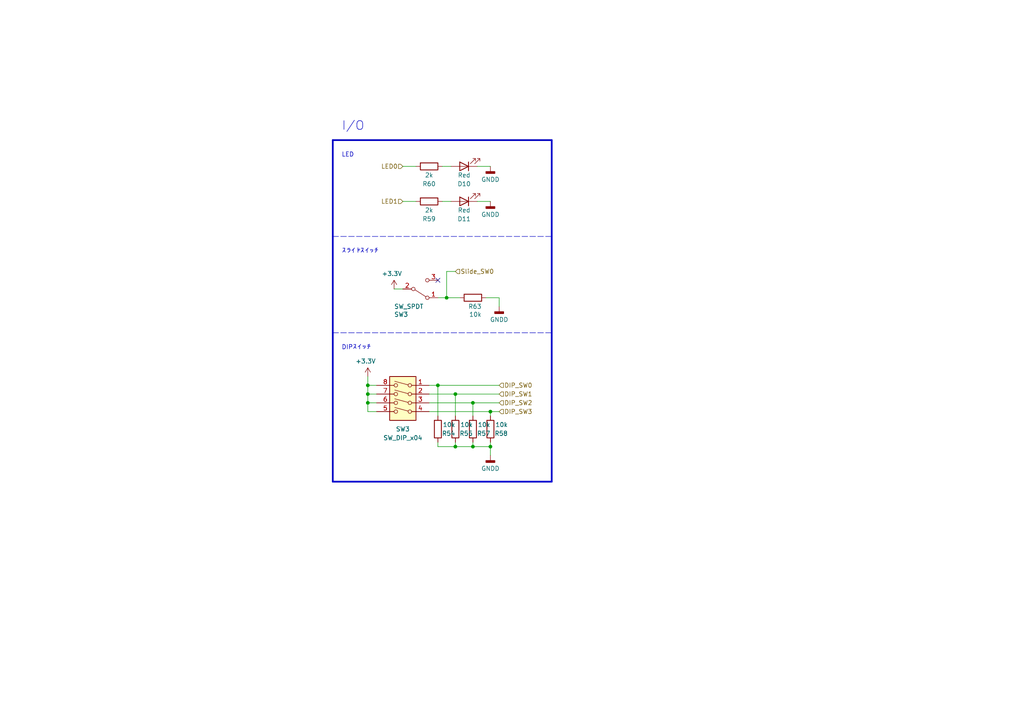
<source format=kicad_sch>
(kicad_sch (version 20230121) (generator eeschema)
  (paper "A4")
  (lib_symbols
    (symbol "Device:LED" (pin_numbers hide) (pin_names (offset 1.016) hide)
      (property "Reference" "D" (at 0 2.54 0))
      (property "Value" "LED" (at 0 -2.54 0))
      (symbol "LED_0_1"
        (polyline (pts (xy -1.27 -1.27) (xy -1.27 1.27)) (stroke (width 0.254)))
        (polyline (pts (xy -1.27 0) (xy 1.27 0)))
        (polyline (pts (xy 1.27 -1.27) (xy 1.27 1.27) (xy -1.27 0) (xy 1.27 -1.27)) (stroke (width 0.254)))
        (polyline (pts (xy -3.048 -0.762) (xy -4.572 -2.286) (xy -3.81 -2.286) (xy -4.572 -2.286) (xy -4.572 -1.524)))
        (polyline (pts (xy -1.778 -0.762) (xy -3.302 -2.286) (xy -2.54 -2.286) (xy -3.302 -2.286) (xy -3.302 -1.524)))
      )
      (symbol "LED_1_1"
        (pin passive line (at -3.81 0 0) (length 2.54) (name "K") (number "1"))
        (pin passive line (at 3.81 0 180) (length 2.54) (name "A") (number "2"))
      )
    )
    (symbol "Device:R" (pin_numbers hide) (pin_names (offset 0))
      (property "Reference" "R" (at 2.032 0 90))
      (property "Value" "R" (at 0 0 90))
      (symbol "R_0_1"
        (rectangle (start -1.016 -2.54) (end 1.016 2.54) (stroke (width 0.254)))
      )
      (symbol "R_1_1"
        (pin passive line (at 0 3.81 270) (length 1.27) (name "~") (number "1"))
        (pin passive line (at 0 -3.81 90) (length 1.27) (name "~") (number "2"))
      )
    )
    (symbol "Switch:SW_DIP_x04" (pin_names (offset 0) hide)
      (property "Reference" "SW" (at 0 8.89 0))
      (property "Value" "SW_DIP_x04" (at 0 -6.35 0))
      (symbol "SW_DIP_x04_0_0"
        (circle (center -2.032 -2.54) (radius 0.508))
        (circle (center -2.032 0) (radius 0.508))
        (circle (center -2.032 2.54) (radius 0.508))
        (circle (center -2.032 5.08) (radius 0.508))
        (polyline (pts (xy -1.524 -2.3876) (xy 2.3622 -1.3462)))
        (polyline (pts (xy -1.524 0.127) (xy 2.3622 1.1684)))
        (polyline (pts (xy -1.524 2.667) (xy 2.3622 3.7084)))
        (polyline (pts (xy -1.524 5.207) (xy 2.3622 6.2484)))
        (circle (center 2.032 -2.54) (radius 0.508))
        (circle (center 2.032 0) (radius 0.508))
        (circle (center 2.032 2.54) (radius 0.508))
        (circle (center 2.032 5.08) (radius 0.508))
      )
      (symbol "SW_DIP_x04_0_1"
        (rectangle (start -3.81 7.62) (end 3.81 -5.08) (stroke (width 0.254)) (fill (type background)))
      )
      (symbol "SW_DIP_x04_1_1"
        (pin passive line (at -7.62 5.08 0) (length 5.08) (name "~") (number "1"))
        (pin passive line (at -7.62 2.54 0) (length 5.08) (name "~") (number "2"))
        (pin passive line (at -7.62 0 0) (length 5.08) (name "~") (number "3"))
        (pin passive line (at -7.62 -2.54 0) (length 5.08) (name "~") (number "4"))
        (pin passive line (at 7.62 -2.54 180) (length 5.08) (name "~") (number "5"))
        (pin passive line (at 7.62 0 180) (length 5.08) (name "~") (number "6"))
        (pin passive line (at 7.62 2.54 180) (length 5.08) (name "~") (number "7"))
        (pin passive line (at 7.62 5.08 180) (length 5.08) (name "~") (number "8"))
      )
    )
    (symbol "Switch:SW_SPDT" (pin_names (offset 0) hide)
      (property "Reference" "SW" (at 0 4.318 0))
      (property "Value" "SW_SPDT" (at 0 -5.08 0))
      (symbol "SW_SPDT_0_0"
        (circle (center -2.032 0) (radius 0.508))
        (circle (center 2.032 -2.54) (radius 0.508))
      )
      (symbol "SW_SPDT_0_1"
        (polyline (pts (xy -1.524 0.254) (xy 1.651 2.286)))
        (circle (center 2.032 2.54) (radius 0.508))
      )
      (symbol "SW_SPDT_1_1"
        (pin passive line (at 5.08 2.54 180) (length 2.54) (name "A") (number "1"))
        (pin passive line (at -5.08 0 0) (length 2.54) (name "B") (number "2"))
        (pin passive line (at 5.08 -2.54 180) (length 2.54) (name "C") (number "3"))
      )
    )
    (symbol "power:+3.3V" (power) (pin_names (offset 0))
      (property "Value" "+3.3V" (at 0 3.556 0))
      (symbol "+3.3V_0_1"
        (polyline (pts (xy -0.762 1.27) (xy 0 2.54)))
        (polyline (pts (xy 0 0) (xy 0 2.54)))
        (polyline (pts (xy 0 2.54) (xy 0.762 1.27)))
      )
      (symbol "+3.3V_1_1"
        (pin power_in line (at 0 0 90) (length 0) hide (name "+3.3V") (number "1"))
      )
    )
    (symbol "power:GNDD" (power) (pin_names (offset 0))
      (property "Value" "GNDD" (at 0 -3.175 0))
      (symbol "GNDD_0_1"
        (rectangle (start -1.27 -1.524) (end 1.27 -2.032) (stroke (width 0.254)) (fill (type outline)))
        (polyline (pts (xy 0 0) (xy 0 -1.524)))
      )
      (symbol "GNDD_1_1"
        (pin power_in line (at 0 0 270) (length 0) hide (name "GNDD") (number "1"))
      )
    )
  )
  (junction (at 142.24 129.54))
  (junction (at 137.16 129.54))
  (junction (at 106.68 116.84))
  (junction (at 106.68 114.3))
  (junction (at 132.08 114.3))
  (junction (at 132.08 129.54))
  (junction (at 137.16 116.84))
  (junction (at 106.68 111.76))
  (junction (at 129.54 86.36))
  (junction (at 142.24 119.38))
  (junction (at 127 111.76))
  (no_connect (at 127 81.28))
  (wire (pts (xy 127 129.54) (xy 127 128.27)))
  (wire (pts (xy 142.24 129.54) (xy 137.16 129.54)))
  (wire (pts (xy 132.08 129.54) (xy 127 129.54)))
  (wire (pts (xy 106.68 111.76) (xy 106.68 114.3)))
  (wire (pts (xy 114.3 83.82) (xy 116.84 83.82)))
  (wire (pts (xy 138.43 58.42) (xy 142.24 58.42)))
  (wire (pts (xy 127 111.76) (xy 127 120.65)))
  (polyline (pts (xy 96.52 68.58) (xy 160.02 68.58)) (stroke (width 0) (type dash)))
  (wire (pts (xy 128.27 58.42) (xy 130.81 58.42)))
  (polyline (pts (xy 96.52 40.64) (xy 160.02 40.64)) (stroke (width 0.5) (type solid)))
  (wire (pts (xy 132.08 78.74) (xy 129.54 78.74)))
  (wire (pts (xy 106.68 114.3) (xy 109.22 114.3)))
  (wire (pts (xy 124.46 114.3) (xy 132.08 114.3)))
  (wire (pts (xy 109.22 119.38) (xy 106.68 119.38)))
  (wire (pts (xy 140.97 86.36) (xy 144.78 86.36)))
  (wire (pts (xy 127 111.76) (xy 144.78 111.76)))
  (wire (pts (xy 137.16 129.54) (xy 137.16 128.27)))
  (wire (pts (xy 142.24 132.08) (xy 142.24 129.54)))
  (wire (pts (xy 129.54 86.36) (xy 133.35 86.36)))
  (wire (pts (xy 106.68 116.84) (xy 109.22 116.84)))
  (wire (pts (xy 127 86.36) (xy 129.54 86.36)))
  (wire (pts (xy 106.68 111.76) (xy 109.22 111.76)))
  (wire (pts (xy 106.68 119.38) (xy 106.68 116.84)))
  (wire (pts (xy 142.24 129.54) (xy 142.24 128.27)))
  (wire (pts (xy 144.78 88.9) (xy 144.78 86.36)))
  (wire (pts (xy 116.84 58.42) (xy 120.65 58.42)))
  (wire (pts (xy 124.46 111.76) (xy 127 111.76)))
  (wire (pts (xy 138.43 48.26) (xy 142.24 48.26)))
  (wire (pts (xy 142.24 119.38) (xy 144.78 119.38)))
  (polyline (pts (xy 96.52 139.7) (xy 160.02 139.7)) (stroke (width 0.5) (type solid)))
  (wire (pts (xy 137.16 116.84) (xy 144.78 116.84)))
  (wire (pts (xy 137.16 129.54) (xy 132.08 129.54)))
  (polyline (pts (xy 96.52 139.7) (xy 96.52 40.64)) (stroke (width 0.5) (type solid)))
  (polyline (pts (xy 160.02 139.7) (xy 160.02 40.64)) (stroke (width 0.5) (type solid)))
  (wire (pts (xy 129.54 78.74) (xy 129.54 86.36)))
  (polyline (pts (xy 96.52 96.52) (xy 160.02 96.52)) (stroke (width 0) (type dash)))
  (wire (pts (xy 106.68 109.22) (xy 106.68 111.76)))
  (wire (pts (xy 132.08 120.65) (xy 132.08 114.3)))
  (wire (pts (xy 124.46 116.84) (xy 137.16 116.84)))
  (wire (pts (xy 128.27 48.26) (xy 130.81 48.26)))
  (wire (pts (xy 116.84 48.26) (xy 120.65 48.26)))
  (wire (pts (xy 132.08 114.3) (xy 144.78 114.3)))
  (wire (pts (xy 132.08 129.54) (xy 132.08 128.27)))
  (wire (pts (xy 142.24 119.38) (xy 142.24 120.65)))
  (wire (pts (xy 106.68 116.84) (xy 106.68 114.3)))
  (wire (pts (xy 137.16 116.84) (xy 137.16 120.65)))
  (wire (pts (xy 124.46 119.38) (xy 142.24 119.38)))
  (text "DIPスイッチ" (at 99.06 101.6 0) (effects (font (size 1.27 1.27)) (justify left bottom)))
  (text "スライドスイッチ" (at 99.06 73.66 0) (effects (font (size 1.27 1.27)) (justify left bottom)))
  (text "LED" (at 99.06 45.72 0) (effects (font (size 1.27 1.27)) (justify left bottom)))
  (text "I/O" (at 99.06 38.1 0) (effects (font (size 2.54 2.54)) (justify left bottom)))
  (hierarchical_label "Slide_SW0" (shape input) (at 132.08 78.74 0))
  (hierarchical_label "LED0" (shape input) (at 116.84 48.26 180))
  (hierarchical_label "DIP_SW3" (shape input) (at 144.78 119.38 0))
  (hierarchical_label "LED1" (shape input) (at 116.84 58.42 180))
  (hierarchical_label "DIP_SW0" (shape input) (at 144.78 111.76 0))
  (hierarchical_label "DIP_SW1" (shape input) (at 144.78 114.3 0))
  (hierarchical_label "DIP_SW2" (shape input) (at 144.78 116.84 0))
  (symbol (lib_id "power:+3.3V") (at 114.3 83.82 0) (unit 1)
    (property "Reference" "#PWR0130" (effects hide))
    (property "Value" "+3.3V" (at 113.665 79.375 0))
    (instances (project "Main" (path "" (reference "#PWR0130") (unit 1))) (project "Drive" (path "" (reference "#PWR087") (unit 1))))
  )
  (symbol (lib_id "Device:R") (at 124.46 58.42 270) (mirror x) (unit 1)
    (property "Reference" "R59" (at 124.46 63.5 90))
    (property "Value" "2k" (at 124.46 60.96 90))
    (property "Footprint" "Resistor_SMD:R_0402_1005Metric" (effects hide))
    (instances (project "Main" (path "" (reference "R59") (unit 1))) (project "Drive" (path "" (reference "R53") (unit 1))))
  )
  (symbol (lib_id "Device:R") (at 137.16 124.46 180) (unit 1)
    (property "Reference" "R57" (at 142.24 125.73 0) (effects (justify left)))
    (property "Value" "10k" (at 142.24 123.19 0) (effects (justify left)))
    (property "Footprint" "Resistor_SMD:R_0402_1005Metric" (effects hide))
  )
  (symbol (lib_id "Device:R") (at 142.24 124.46 180) (unit 1)
    (property "Reference" "R58" (at 147.32 125.73 0) (effects (justify left)))
    (property "Value" "10k" (at 147.32 123.19 0) (effects (justify left)))
    (property "Footprint" "Resistor_SMD:R_0402_1005Metric" (effects hide))
  )
  (symbol (lib_id "power:GNDD") (at 142.24 48.26 0) (unit 1)
    (property "Reference" "#PWR0132" (effects hide))
    (property "Value" "GNDD" (at 142.24 52.07 0))
    (instances (project "Main" (path "" (reference "#PWR0132") (unit 1))) (project "Drive" (path "" (reference "#PWR088") (unit 1))))
  )
  (symbol (lib_id "power:GNDD") (at 142.24 132.08 0) (unit 1)
    (property "Reference" "#PWR090" (effects hide))
    (property "Value" "GNDD" (at 142.24 135.89 0))
  )
  (symbol (lib_id "Device:R") (at 127 124.46 180) (unit 1)
    (property "Reference" "R54" (at 132.08 125.73 0) (effects (justify left)))
    (property "Value" "10k" (at 132.08 123.19 0) (effects (justify left)))
    (property "Footprint" "Resistor_SMD:R_0402_1005Metric" (effects hide))
  )
  (symbol (lib_id "Switch:SW_DIP_x04") (at 116.84 116.84 0) (mirror y) (unit 1)
    (property "Reference" "SW3" (at 116.84 124.46 0))
    (property "Value" "SW_DIP_x04" (at 116.84 127 0))
    (property "Footprint" "Button_Switch_SMD:SW_DIP_SPSTx04_Slide_Copal_CHS-04B_W7.62mm_P1.27mm" (effects hide))
  )
  (symbol (lib_id "Device:LED") (at 134.62 48.26 180) (unit 1)
    (property "Reference" "D10" (at 134.62 53.34 0))
    (property "Value" "Red" (at 134.62 50.8 0))
    (property "Footprint" "LED_SMD:LED_0603_1608Metric_Pad1.05x0.95mm_HandSolder" (effects hide))
  )
  (symbol (lib_id "Switch:SW_SPDT") (at 121.92 83.82 0) (mirror x) (unit 1)
    (property "Reference" "SW3" (at 114.3 91.2114 0) (effects (justify left)))
    (property "Value" "SW_SPDT" (at 114.3 88.9 0) (effects (justify left)))
    (property "Footprint" "MyLibrary:SW_Slide_3P_SPDT" (effects hide))
    (instances (project "Main" (path "" (reference "SW3") (unit 1))) (project "Drive" (path "" (reference "SW4") (unit 1))))
  )
  (symbol (lib_id "Device:R") (at 137.16 86.36 90) (mirror x) (unit 1)
    (property "Reference" "R63" (at 139.7 88.9 90) (effects (justify left)))
    (property "Value" "10k" (at 139.7 91.2114 90) (effects (justify left)))
    (property "Footprint" "Resistor_SMD:R_0402_1005Metric" (effects hide))
    (instances (project "Main" (path "" (reference "R63") (unit 1))) (project "Drive" (path "" (reference "R56") (unit 1))))
  )
  (symbol (lib_id "Device:R") (at 124.46 48.26 270) (mirror x) (unit 1)
    (property "Reference" "R60" (at 124.46 53.34 90))
    (property "Value" "2k" (at 124.46 50.8 90))
    (property "Footprint" "Resistor_SMD:R_0402_1005Metric" (effects hide))
    (instances (project "Main" (path "" (reference "R60") (unit 1))) (project "Drive" (path "" (reference "R52") (unit 1))))
  )
  (symbol (lib_id "power:+3.3V") (at 106.68 109.22 0) (unit 1)
    (property "Reference" "#PWR086" (effects hide))
    (property "Value" "+3.3V" (at 106.045 104.775 0))
  )
  (symbol (lib_id "power:GNDD") (at 142.24 58.42 0) (unit 1)
    (property "Reference" "#PWR0133" (effects hide))
    (property "Value" "GNDD" (at 142.24 62.23 0))
    (instances (project "Main" (path "" (reference "#PWR0133") (unit 1))) (project "Drive" (path "" (reference "#PWR089") (unit 1))))
  )
  (symbol (lib_id "Device:LED") (at 134.62 58.42 180) (unit 1)
    (property "Reference" "D11" (at 134.62 63.5 0))
    (property "Value" "Red" (at 134.62 60.96 0))
    (property "Footprint" "LED_SMD:LED_0603_1608Metric_Pad1.05x0.95mm_HandSolder" (effects hide))
  )
  (symbol (lib_id "power:GNDD") (at 144.78 88.9 0) (unit 1)
    (property "Reference" "#PWR0134" (effects hide))
    (property "Value" "GNDD" (at 144.78 92.71 0))
    (instances (project "Main" (path "" (reference "#PWR0134") (unit 1))) (project "Drive" (path "" (reference "#PWR091") (unit 1))))
  )
  (symbol (lib_id "Device:R") (at 132.08 124.46 180) (unit 1)
    (property "Reference" "R55" (at 137.16 125.73 0) (effects (justify left)))
    (property "Value" "10k" (at 137.16 123.19 0) (effects (justify left)))
    (property "Footprint" "Resistor_SMD:R_0402_1005Metric" (effects hide))
  )
)
</source>
